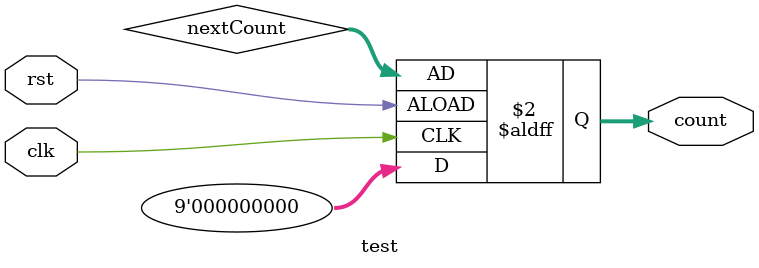
<source format=v>
module test (clk,rst,count);
 input clk,rst;
 output [8:0] count;
 reg [8:0] count;
 reg [8:0] nextCount;
 always @(posedge clk or negedge rst)
   if(rst) //good style for using '_p' for active high reset
     count <= 0;
   else
     count <= nextCount;
endmodule


</source>
